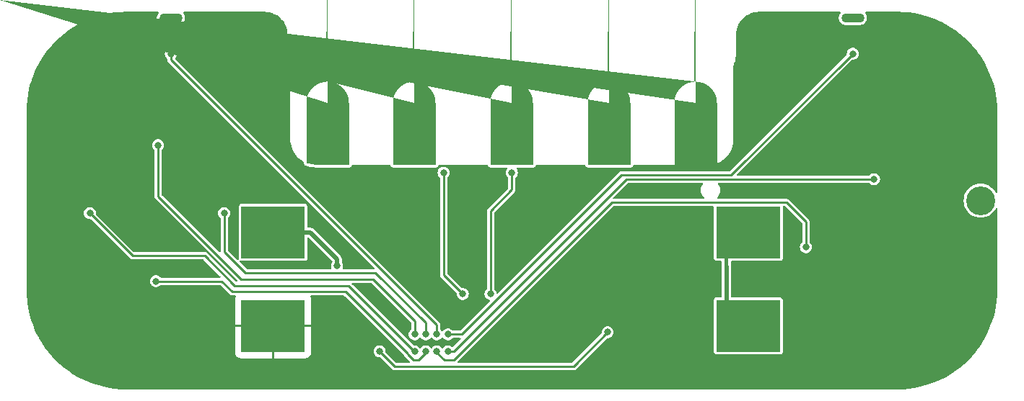
<source format=gbl>
G04 #@! TF.GenerationSoftware,KiCad,Pcbnew,8.0.2-1*
G04 #@! TF.CreationDate,2024-06-30T18:52:21+01:00*
G04 #@! TF.ProjectId,solderbit-gamepad,736f6c64-6572-4626-9974-2d67616d6570,v1.4*
G04 #@! TF.SameCoordinates,Original*
G04 #@! TF.FileFunction,Copper,L2,Bot*
G04 #@! TF.FilePolarity,Positive*
%FSLAX46Y46*%
G04 Gerber Fmt 4.6, Leading zero omitted, Abs format (unit mm)*
G04 Created by KiCad (PCBNEW 8.0.2-1) date 2024-06-30 18:52:21*
%MOMM*%
%LPD*%
G01*
G04 APERTURE LIST*
G04 Aperture macros list*
%AMFreePoly0*
4,1,13,3.725000,7.950000,-2.328457,7.950000,-2.326326,3.050000,3.725000,3.050000,3.725000,-3.050000,-3.725000,-3.050000,-3.725000,3.050000,-2.821543,3.050000,-2.823674,7.950000,-3.725000,7.950000,-3.725000,14.050000,3.725000,14.050000,3.725000,7.950000,3.725000,7.950000,$1*%
%AMFreePoly1*
4,1,51,0.468453,2.455718,0.772542,2.377641,1.064448,2.262068,1.339567,2.110820,1.593560,1.926283,1.822422,1.711368,2.022542,1.469463,2.190767,1.204384,2.324441,0.920311,2.421458,0.621725,2.480287,0.313333,2.500000,0.000000,2.480287,-0.313333,2.421458,-0.621725,2.324441,-0.920311,2.190767,-1.204384,2.022542,-1.469463,1.822422,-1.711368,1.593560,-1.926283,1.339567,-2.110820,
1.064448,-2.262068,0.772542,-2.377641,0.468453,-2.455718,0.156976,-2.495067,-0.156976,-2.495067,-0.468453,-2.455718,-0.772542,-2.377641,-1.064448,-2.262068,-1.339567,-2.110820,-1.593560,-1.926283,-1.822422,-1.711368,-2.022542,-1.469463,-2.190767,-1.204384,-2.324441,-0.920311,-2.421458,-0.621725,-2.480287,-0.313333,-2.500000,0.000000,-2.480287,0.313333,-2.421458,0.621725,-2.324441,0.920311,
-2.190767,1.204384,-2.022542,1.469463,-1.822422,1.711368,-1.593560,1.926283,-1.339567,2.110820,-1.064448,2.262068,-0.772542,2.377641,-0.468453,2.455718,-0.156976,2.495067,0.156976,2.495067,0.468453,2.455718,0.468453,2.455718,$1*%
G04 Aperture macros list end*
G04 #@! TA.AperFunction,EtchedComponent*
%ADD10C,0.000000*%
G04 #@! TD*
G04 #@! TA.AperFunction,ComponentPad*
%ADD11O,2.700000X1.100000*%
G04 #@! TD*
G04 #@! TA.AperFunction,SMDPad,CuDef*
%ADD12FreePoly0,0.000000*%
G04 #@! TD*
G04 #@! TA.AperFunction,SMDPad,CuDef*
%ADD13R,7.450000X6.100000*%
G04 #@! TD*
G04 #@! TA.AperFunction,ComponentPad*
%ADD14FreePoly1,0.000000*%
G04 #@! TD*
G04 #@! TA.AperFunction,ComponentPad*
%ADD15C,3.400000*%
G04 #@! TD*
G04 #@! TA.AperFunction,ViaPad*
%ADD16C,0.800000*%
G04 #@! TD*
G04 #@! TA.AperFunction,Conductor*
%ADD17C,0.250000*%
G04 #@! TD*
G04 #@! TA.AperFunction,Conductor*
%ADD18C,0.500000*%
G04 #@! TD*
G04 APERTURE END LIST*
D10*
G04 #@! TA.AperFunction,EtchedComponent*
G36*
X95334719Y-54814719D02*
G01*
X90334719Y-54814719D01*
X90334719Y-47564719D01*
X95334719Y-47564719D01*
X95334719Y-54814719D01*
G37*
G04 #@! TD.AperFunction*
G04 #@! TA.AperFunction,EtchedComponent*
G36*
X106764719Y-54814719D02*
G01*
X101764719Y-54814719D01*
X101764719Y-47564719D01*
X106764719Y-47564719D01*
X106764719Y-54814719D01*
G37*
G04 #@! TD.AperFunction*
G04 #@! TA.AperFunction,EtchedComponent*
G36*
X118194719Y-54814719D02*
G01*
X113194719Y-54814719D01*
X113194719Y-47564719D01*
X118194719Y-47564719D01*
X118194719Y-54814719D01*
G37*
G04 #@! TD.AperFunction*
G04 #@! TA.AperFunction,EtchedComponent*
G36*
X128354719Y-54814719D02*
G01*
X123354719Y-54814719D01*
X123354719Y-47564719D01*
X128354719Y-47564719D01*
X128354719Y-54814719D01*
G37*
G04 #@! TD.AperFunction*
G04 #@! TA.AperFunction,EtchedComponent*
G36*
X85174719Y-54814719D02*
G01*
X81264724Y-54814719D01*
X81264724Y-54810082D01*
G75*
G02*
X80174719Y-54604718I-24J2995382D01*
G01*
X80174719Y-47564719D01*
X85174719Y-47564719D01*
X85174719Y-54814719D01*
G37*
G04 #@! TD.AperFunction*
D11*
X64264719Y-37514719D03*
X144264719Y-37514719D03*
D12*
X132000000Y-73750000D03*
D13*
X76250000Y-62750000D03*
X76250000Y-73750000D03*
D14*
X82674719Y-47564719D03*
X92834719Y-47564719D03*
X104264719Y-47564719D03*
X115694719Y-47564719D03*
X125854719Y-47564719D03*
D15*
X159264719Y-59014719D03*
D16*
X95426577Y-71066179D03*
X112250000Y-55750000D03*
X156500000Y-42500000D03*
X66000000Y-77500000D03*
X88750000Y-76750000D03*
X115500000Y-74500000D03*
X98500000Y-70000000D03*
X96250000Y-55750000D03*
X101750000Y-70000000D03*
X104264719Y-55750000D03*
X92849991Y-76750000D03*
X54750000Y-60500000D03*
X62750000Y-52500000D03*
X92849991Y-74750000D03*
X94149994Y-74750000D03*
X70500000Y-60500000D03*
X94149994Y-76750000D03*
X62500000Y-68500000D03*
X138750000Y-64500000D03*
X95449997Y-76750000D03*
X146750000Y-56500000D03*
X96750000Y-76750000D03*
X95449997Y-74750000D03*
X64250000Y-41750000D03*
X96750000Y-74750000D03*
X144250000Y-41750000D03*
X83750000Y-66675000D03*
D17*
X90525000Y-78525000D02*
X88750000Y-76750000D01*
X115500000Y-74500000D02*
X111475000Y-78525000D01*
X111475000Y-78525000D02*
X90525000Y-78525000D01*
X96250000Y-67750000D02*
X98500000Y-70000000D01*
X96250000Y-55750000D02*
X96250000Y-67750000D01*
X104264719Y-57735281D02*
X104264719Y-55750000D01*
X101750000Y-60250000D02*
X104264719Y-57735281D01*
X101750000Y-70000000D02*
X101750000Y-60250000D01*
X71750000Y-69000000D02*
X68250000Y-65500000D01*
X92810660Y-76750000D02*
X85060660Y-69000000D01*
X85060660Y-69000000D02*
X71750000Y-69000000D01*
X92849991Y-76750000D02*
X92810660Y-76750000D01*
X59750000Y-65500000D02*
X54750000Y-60500000D01*
X68250000Y-65500000D02*
X59750000Y-65500000D01*
X72500000Y-68250000D02*
X62750000Y-58500000D01*
X87939340Y-68250000D02*
X72500000Y-68250000D01*
X92849991Y-74750000D02*
X92849991Y-73160651D01*
X62750000Y-58500000D02*
X62750000Y-52500000D01*
X92849991Y-73160651D02*
X87939340Y-68250000D01*
X72975000Y-67500000D02*
X70500000Y-65025000D01*
X94149994Y-73399994D02*
X88250000Y-67500000D01*
X88250000Y-67500000D02*
X72975000Y-67500000D01*
X70500000Y-65025000D02*
X70500000Y-60500000D01*
X94149994Y-74750000D02*
X94149994Y-73399994D01*
X94149994Y-76750000D02*
X94149994Y-76899566D01*
X71439340Y-69750000D02*
X70189340Y-68500000D01*
X84750000Y-69750000D02*
X71439340Y-69750000D01*
X93274560Y-77775000D02*
X92708264Y-77775000D01*
X70189340Y-68500000D02*
X62500000Y-68500000D01*
X92708264Y-77775000D02*
X92024991Y-77091727D01*
X94149994Y-76899566D02*
X93274560Y-77775000D01*
X92024991Y-77024991D02*
X84750000Y-69750000D01*
X92024991Y-77091727D02*
X92024991Y-77024991D01*
X97475000Y-77775000D02*
X96325431Y-77775000D01*
X136525000Y-59250000D02*
X116000000Y-59250000D01*
X96325431Y-77775000D02*
X95449997Y-76899566D01*
X95449997Y-76899566D02*
X95449997Y-76750000D01*
X138750000Y-61475000D02*
X136525000Y-59250000D01*
X116000000Y-59250000D02*
X97475000Y-77775000D01*
X138750000Y-64500000D02*
X138750000Y-61475000D01*
X117689340Y-56500000D02*
X97439340Y-76750000D01*
X97439340Y-76750000D02*
X96750000Y-76750000D01*
X146750000Y-56500000D02*
X117689340Y-56500000D01*
X64250000Y-41750000D02*
X64250000Y-42439340D01*
X64250000Y-42439340D02*
X95449997Y-73639337D01*
X95449997Y-73639337D02*
X95449997Y-74750000D01*
X130000000Y-56000000D02*
X144250000Y-41750000D01*
X117128680Y-56000000D02*
X130000000Y-56000000D01*
X96750000Y-74750000D02*
X98378680Y-74750000D01*
X98378680Y-74750000D02*
X117128680Y-56000000D01*
D18*
X83750000Y-65925000D02*
X80575000Y-62750000D01*
X80575000Y-62750000D02*
X76250000Y-62750000D01*
X83750000Y-66675000D02*
X83750000Y-65925000D01*
G04 #@! TA.AperFunction,Conductor*
G36*
X62782199Y-36834126D02*
G01*
X62818163Y-36883626D01*
X62818163Y-36944812D01*
X62806323Y-36969221D01*
X62804095Y-36972554D01*
X62804093Y-36972557D01*
X62759969Y-37038592D01*
X62711015Y-37111856D01*
X62646904Y-37266633D01*
X62646902Y-37266639D01*
X62614219Y-37430949D01*
X62614219Y-37598488D01*
X62646902Y-37762798D01*
X62646904Y-37762804D01*
X62711015Y-37917581D01*
X62711016Y-37917582D01*
X62804093Y-38056881D01*
X62922557Y-38175345D01*
X63061856Y-38268422D01*
X63216637Y-38332535D01*
X63380952Y-38365219D01*
X63380953Y-38365219D01*
X65148485Y-38365219D01*
X65148486Y-38365219D01*
X65312801Y-38332535D01*
X65467582Y-38268422D01*
X65606881Y-38175345D01*
X65725345Y-38056881D01*
X65818422Y-37917582D01*
X65882535Y-37762801D01*
X65915219Y-37598486D01*
X65915219Y-37430952D01*
X65882535Y-37266637D01*
X65818422Y-37111856D01*
X65725345Y-36972557D01*
X65725342Y-36972554D01*
X65723115Y-36969221D01*
X65706506Y-36910333D01*
X65727683Y-36852929D01*
X65778557Y-36818936D01*
X65805430Y-36815219D01*
X75202405Y-36815219D01*
X75247227Y-36815219D01*
X75252777Y-36815374D01*
X75546705Y-36831881D01*
X75557728Y-36833123D01*
X75845227Y-36881970D01*
X75856036Y-36884437D01*
X76136264Y-36965167D01*
X76146734Y-36968831D01*
X76416153Y-37080427D01*
X76426139Y-37085235D01*
X76681385Y-37226301D01*
X76690768Y-37232197D01*
X76928614Y-37400954D01*
X76937280Y-37407866D01*
X77150590Y-37598486D01*
X77154716Y-37602173D01*
X77162564Y-37610020D01*
X77335175Y-37803166D01*
X77356884Y-37827458D01*
X77363806Y-37836137D01*
X77532561Y-38073966D01*
X77538467Y-38083366D01*
X77679526Y-38338582D01*
X77684343Y-38348584D01*
X77795943Y-38617994D01*
X77799610Y-38628473D01*
X77880343Y-38908681D01*
X77882814Y-38919505D01*
X77931667Y-39206996D01*
X77932910Y-39218027D01*
X77949344Y-39510508D01*
X77949500Y-39516062D01*
X77949500Y-41810173D01*
X77949579Y-41811389D01*
X77949577Y-41937677D01*
X77949577Y-41937687D01*
X77985729Y-42281729D01*
X78057645Y-42620110D01*
X78164540Y-42949123D01*
X78256161Y-43154917D01*
X78264719Y-43195182D01*
X78264719Y-51814718D01*
X78266160Y-51919266D01*
X78267039Y-51983070D01*
X78304736Y-52317635D01*
X78304738Y-52317645D01*
X78379658Y-52645891D01*
X78490858Y-52963684D01*
X78490860Y-52963688D01*
X78636946Y-53267038D01*
X78816077Y-53552123D01*
X78816079Y-53552126D01*
X78816081Y-53552129D01*
X79025991Y-53815349D01*
X79025997Y-53815355D01*
X79026001Y-53815360D01*
X79264078Y-54053437D01*
X79264082Y-54053440D01*
X79264088Y-54053446D01*
X79527308Y-54263356D01*
X79527312Y-54263358D01*
X79527315Y-54263361D01*
X79812400Y-54442492D01*
X79813160Y-54442858D01*
X79813295Y-54442987D01*
X79814829Y-54443835D01*
X79814605Y-54444239D01*
X79857391Y-54485133D01*
X79869219Y-54532060D01*
X79869219Y-54604736D01*
X79870890Y-54636635D01*
X79870890Y-54636638D01*
X79870891Y-54636639D01*
X79902939Y-54744238D01*
X79955737Y-54812398D01*
X79971692Y-54832995D01*
X80060733Y-54886626D01*
X80067866Y-54890922D01*
X80242138Y-54955986D01*
X80273913Y-54965913D01*
X80634507Y-55057334D01*
X80634519Y-55057336D01*
X80634526Y-55057338D01*
X80671750Y-55064351D01*
X80671753Y-55064352D01*
X80745381Y-55073539D01*
X81040893Y-55110417D01*
X81074102Y-55112733D01*
X81229526Y-55115083D01*
X81246204Y-55116756D01*
X81264724Y-55120219D01*
X81264728Y-55120219D01*
X85174724Y-55120219D01*
X85188813Y-55119567D01*
X85202907Y-55118916D01*
X85310892Y-55088191D01*
X85400486Y-55020533D01*
X85459589Y-54925078D01*
X85465113Y-54895526D01*
X85494389Y-54841803D01*
X85549655Y-54815546D01*
X85562427Y-54814719D01*
X89947741Y-54814719D01*
X90005932Y-54833626D01*
X90041896Y-54883126D01*
X90042952Y-54886594D01*
X90061247Y-54950892D01*
X90128905Y-55040486D01*
X90224360Y-55099589D01*
X90334719Y-55120219D01*
X95334724Y-55120219D01*
X95348813Y-55119567D01*
X95362907Y-55118916D01*
X95470892Y-55088191D01*
X95560486Y-55020533D01*
X95619589Y-54925078D01*
X95625113Y-54895526D01*
X95654389Y-54841803D01*
X95709655Y-54815546D01*
X95722427Y-54814719D01*
X101377741Y-54814719D01*
X101435932Y-54833626D01*
X101471896Y-54883126D01*
X101472952Y-54886594D01*
X101491247Y-54950892D01*
X101558905Y-55040486D01*
X101654360Y-55099589D01*
X101764719Y-55120219D01*
X103659956Y-55120219D01*
X103718147Y-55139126D01*
X103754111Y-55188626D01*
X103754111Y-55249812D01*
X103738890Y-55276419D01*
X103739938Y-55277143D01*
X103736538Y-55282069D01*
X103736536Y-55282071D01*
X103639901Y-55422070D01*
X103593090Y-55545504D01*
X103579579Y-55581129D01*
X103560442Y-55738737D01*
X103559074Y-55750000D01*
X103579579Y-55918872D01*
X103639901Y-56077930D01*
X103736536Y-56217929D01*
X103736538Y-56217931D01*
X103736541Y-56217934D01*
X103805867Y-56279350D01*
X103836886Y-56332089D01*
X103839219Y-56353453D01*
X103839219Y-57518025D01*
X103820312Y-57576216D01*
X103810223Y-57588029D01*
X101488737Y-59909515D01*
X101488736Y-59909514D01*
X101409514Y-59988737D01*
X101353498Y-60085758D01*
X101324500Y-60193983D01*
X101324500Y-69396545D01*
X101305593Y-69454736D01*
X101291149Y-69470647D01*
X101221823Y-69532064D01*
X101221816Y-69532072D01*
X101125182Y-69672070D01*
X101064860Y-69831129D01*
X101044355Y-69999998D01*
X101044355Y-70000001D01*
X101051190Y-70056290D01*
X101064860Y-70168872D01*
X101125182Y-70327930D01*
X101193240Y-70426528D01*
X101221816Y-70467927D01*
X101221818Y-70467930D01*
X101228933Y-70474233D01*
X101349148Y-70580734D01*
X101499775Y-70659790D01*
X101548551Y-70671812D01*
X101624067Y-70690425D01*
X101676042Y-70722708D01*
X101699115Y-70779377D01*
X101684473Y-70838784D01*
X101670379Y-70856552D01*
X98231428Y-74295504D01*
X98176911Y-74323281D01*
X98161424Y-74324500D01*
X97359428Y-74324500D01*
X97301237Y-74305593D01*
X97282419Y-74286314D01*
X97282152Y-74286552D01*
X97278181Y-74282069D01*
X97193295Y-74206867D01*
X97150852Y-74169266D01*
X97000225Y-74090210D01*
X97000224Y-74090209D01*
X97000223Y-74090209D01*
X96835058Y-74049500D01*
X96835056Y-74049500D01*
X96664944Y-74049500D01*
X96664941Y-74049500D01*
X96499776Y-74090209D01*
X96349146Y-74169267D01*
X96221825Y-74282064D01*
X96221817Y-74282071D01*
X96181474Y-74340518D01*
X96181473Y-74340519D01*
X96132855Y-74377667D01*
X96071688Y-74379145D01*
X96021334Y-74344387D01*
X96018523Y-74340518D01*
X95978180Y-74282071D01*
X95978176Y-74282067D01*
X95978173Y-74282064D01*
X95908848Y-74220647D01*
X95877829Y-74167907D01*
X95875497Y-74146545D01*
X95875497Y-73583320D01*
X95875497Y-73583319D01*
X95846500Y-73475100D01*
X95846498Y-73475097D01*
X95846498Y-73475095D01*
X95790482Y-73378074D01*
X95711260Y-73298851D01*
X95711260Y-73298852D01*
X78162408Y-55750000D01*
X95544355Y-55750000D01*
X95564860Y-55918872D01*
X95625182Y-56077930D01*
X95721817Y-56217929D01*
X95721819Y-56217931D01*
X95721822Y-56217934D01*
X95791148Y-56279350D01*
X95822167Y-56332089D01*
X95824500Y-56353453D01*
X95824500Y-67693982D01*
X95824500Y-67806018D01*
X95833662Y-67840210D01*
X95853498Y-67914241D01*
X95909513Y-68011260D01*
X95909515Y-68011263D01*
X96842659Y-68944407D01*
X97771519Y-69873267D01*
X97799296Y-69927784D01*
X97799793Y-69955202D01*
X97794355Y-69999995D01*
X97794355Y-70000002D01*
X97804207Y-70081139D01*
X97814860Y-70168872D01*
X97875182Y-70327930D01*
X97943240Y-70426528D01*
X97971816Y-70467927D01*
X97971818Y-70467930D01*
X97978933Y-70474233D01*
X98099148Y-70580734D01*
X98249775Y-70659790D01*
X98414944Y-70700500D01*
X98414947Y-70700500D01*
X98585053Y-70700500D01*
X98585056Y-70700500D01*
X98750225Y-70659790D01*
X98900852Y-70580734D01*
X99028183Y-70467929D01*
X99124818Y-70327930D01*
X99185140Y-70168872D01*
X99205645Y-70000000D01*
X99205644Y-69999995D01*
X99199279Y-69947571D01*
X99185140Y-69831128D01*
X99124818Y-69672070D01*
X99028183Y-69532071D01*
X99006938Y-69513250D01*
X98943295Y-69456867D01*
X98900852Y-69419266D01*
X98750225Y-69340210D01*
X98750224Y-69340209D01*
X98750223Y-69340209D01*
X98585058Y-69299500D01*
X98585056Y-69299500D01*
X98442256Y-69299500D01*
X98384065Y-69280593D01*
X98372252Y-69270504D01*
X96704496Y-67602748D01*
X96676719Y-67548231D01*
X96675500Y-67532744D01*
X96675500Y-56353453D01*
X96694407Y-56295262D01*
X96708852Y-56279350D01*
X96778177Y-56217934D01*
X96778183Y-56217929D01*
X96874818Y-56077930D01*
X96935140Y-55918872D01*
X96955645Y-55750000D01*
X96954277Y-55738737D01*
X96944658Y-55659515D01*
X96935140Y-55581128D01*
X96874818Y-55422070D01*
X96778183Y-55282071D01*
X96772620Y-55277143D01*
X96650853Y-55169267D01*
X96650852Y-55169266D01*
X96500225Y-55090210D01*
X96500224Y-55090209D01*
X96500223Y-55090209D01*
X96335058Y-55049500D01*
X96335056Y-55049500D01*
X96164944Y-55049500D01*
X96164941Y-55049500D01*
X95999776Y-55090209D01*
X95849146Y-55169267D01*
X95721818Y-55282069D01*
X95721817Y-55282071D01*
X95625182Y-55422070D01*
X95578371Y-55545504D01*
X95564860Y-55581129D01*
X95545723Y-55738737D01*
X95544355Y-55750000D01*
X78162408Y-55750000D01*
X64774154Y-42361746D01*
X64746377Y-42307229D01*
X64755948Y-42246797D01*
X64774570Y-42222732D01*
X64774210Y-42222413D01*
X64778177Y-42217934D01*
X64778183Y-42217929D01*
X64874818Y-42077930D01*
X64935140Y-41918872D01*
X64955645Y-41750000D01*
X64955263Y-41746857D01*
X64951653Y-41717122D01*
X64935140Y-41581128D01*
X64874818Y-41422070D01*
X64778183Y-41282071D01*
X64710857Y-41222426D01*
X64650853Y-41169267D01*
X64650852Y-41169266D01*
X64500225Y-41090210D01*
X64500224Y-41090209D01*
X64500223Y-41090209D01*
X64335058Y-41049500D01*
X64335056Y-41049500D01*
X64164944Y-41049500D01*
X64164941Y-41049500D01*
X63999776Y-41090209D01*
X63849146Y-41169267D01*
X63721818Y-41282069D01*
X63721816Y-41282072D01*
X63625182Y-41422070D01*
X63564860Y-41581129D01*
X63544737Y-41746857D01*
X63544355Y-41750000D01*
X63564860Y-41918872D01*
X63625182Y-42077930D01*
X63721817Y-42217929D01*
X63721819Y-42217931D01*
X63721822Y-42217934D01*
X63791148Y-42279350D01*
X63822167Y-42332089D01*
X63824500Y-42353453D01*
X63824500Y-42383322D01*
X63824500Y-42495358D01*
X63850072Y-42590795D01*
X63853498Y-42603581D01*
X63909513Y-42700600D01*
X63909515Y-42700603D01*
X76021310Y-54812398D01*
X88114408Y-66905496D01*
X88142185Y-66960013D01*
X88132614Y-67020445D01*
X88089349Y-67063710D01*
X88044404Y-67074500D01*
X84491101Y-67074500D01*
X84432910Y-67055593D01*
X84396946Y-67006093D01*
X84396946Y-66944907D01*
X84398534Y-66940395D01*
X84411769Y-66905496D01*
X84435140Y-66843872D01*
X84455645Y-66675000D01*
X84435140Y-66506128D01*
X84374818Y-66347070D01*
X84318024Y-66264790D01*
X84300500Y-66208553D01*
X84300500Y-65852525D01*
X84293979Y-65828188D01*
X84262984Y-65712515D01*
X84262983Y-65712513D01*
X84235111Y-65664236D01*
X84235111Y-65664235D01*
X84190511Y-65586987D01*
X84190510Y-65586985D01*
X80913015Y-62309490D01*
X80787485Y-62237016D01*
X80647475Y-62199500D01*
X80647474Y-62199500D01*
X80374499Y-62199500D01*
X80316308Y-62180593D01*
X80280344Y-62131093D01*
X80275499Y-62100500D01*
X80275499Y-59655139D01*
X80275499Y-59655136D01*
X80272585Y-59630009D01*
X80227206Y-59527235D01*
X80147765Y-59447794D01*
X80044991Y-59402415D01*
X80044990Y-59402414D01*
X80044988Y-59402414D01*
X80019868Y-59399500D01*
X72480139Y-59399500D01*
X72480136Y-59399501D01*
X72455009Y-59402414D01*
X72352235Y-59447794D01*
X72272794Y-59527235D01*
X72227414Y-59630011D01*
X72224500Y-59655130D01*
X72224500Y-65844860D01*
X72224501Y-65844863D01*
X72227414Y-65869990D01*
X72227415Y-65869992D01*
X72235412Y-65888104D01*
X72241619Y-65948974D01*
X72210863Y-66001867D01*
X72154890Y-66026580D01*
X72095082Y-66013674D01*
X72074843Y-65998095D01*
X70954496Y-64877748D01*
X70926719Y-64823231D01*
X70925500Y-64807744D01*
X70925500Y-61103453D01*
X70944407Y-61045262D01*
X70958852Y-61029350D01*
X71028177Y-60967934D01*
X71028183Y-60967929D01*
X71124818Y-60827930D01*
X71185140Y-60668872D01*
X71205645Y-60500000D01*
X71185140Y-60331128D01*
X71124818Y-60172070D01*
X71028183Y-60032071D01*
X70985103Y-59993906D01*
X70900853Y-59919267D01*
X70900852Y-59919266D01*
X70750225Y-59840210D01*
X70750224Y-59840209D01*
X70750223Y-59840209D01*
X70585058Y-59799500D01*
X70585056Y-59799500D01*
X70414944Y-59799500D01*
X70414941Y-59799500D01*
X70249776Y-59840209D01*
X70099146Y-59919267D01*
X69971818Y-60032069D01*
X69971817Y-60032071D01*
X69875182Y-60172070D01*
X69814860Y-60331128D01*
X69794355Y-60500000D01*
X69814860Y-60668872D01*
X69875182Y-60827930D01*
X69971817Y-60967929D01*
X69971819Y-60967931D01*
X69971822Y-60967934D01*
X70041148Y-61029350D01*
X70072167Y-61082089D01*
X70074500Y-61103453D01*
X70074500Y-64983744D01*
X70055593Y-65041935D01*
X70006093Y-65077899D01*
X69944907Y-65077899D01*
X69905496Y-65053748D01*
X63204496Y-58352748D01*
X63176719Y-58298231D01*
X63175500Y-58282744D01*
X63175500Y-53103453D01*
X63194407Y-53045262D01*
X63208852Y-53029350D01*
X63278177Y-52967934D01*
X63278183Y-52967929D01*
X63374818Y-52827930D01*
X63435140Y-52668872D01*
X63455645Y-52500000D01*
X63435140Y-52331128D01*
X63374818Y-52172070D01*
X63278183Y-52032071D01*
X63222866Y-51983065D01*
X63150853Y-51919267D01*
X63150852Y-51919266D01*
X63000225Y-51840210D01*
X63000224Y-51840209D01*
X63000223Y-51840209D01*
X62835058Y-51799500D01*
X62835056Y-51799500D01*
X62664944Y-51799500D01*
X62664941Y-51799500D01*
X62499776Y-51840209D01*
X62349146Y-51919267D01*
X62221818Y-52032069D01*
X62221817Y-52032071D01*
X62125182Y-52172070D01*
X62064860Y-52331128D01*
X62044355Y-52500000D01*
X62064860Y-52668872D01*
X62125182Y-52827930D01*
X62221817Y-52967929D01*
X62221819Y-52967931D01*
X62221822Y-52967934D01*
X62291148Y-53029350D01*
X62322167Y-53082089D01*
X62324500Y-53103453D01*
X62324500Y-58443982D01*
X62324500Y-58556018D01*
X62326960Y-58565198D01*
X62353498Y-58664241D01*
X62406530Y-58756093D01*
X62409515Y-58761263D01*
X67544798Y-63896545D01*
X72053749Y-68405496D01*
X72081526Y-68460013D01*
X72071955Y-68520445D01*
X72028690Y-68563710D01*
X71983745Y-68574500D01*
X71967256Y-68574500D01*
X71909065Y-68555593D01*
X71897252Y-68545504D01*
X70257244Y-66905496D01*
X68511263Y-65159515D01*
X68511260Y-65159513D01*
X68414240Y-65103498D01*
X68414242Y-65103498D01*
X68372251Y-65092247D01*
X68306018Y-65074500D01*
X68306016Y-65074500D01*
X59967256Y-65074500D01*
X59909065Y-65055593D01*
X59897252Y-65045504D01*
X55478479Y-60626731D01*
X55450702Y-60572214D01*
X55450205Y-60544798D01*
X55455645Y-60500000D01*
X55435140Y-60331128D01*
X55374818Y-60172070D01*
X55278183Y-60032071D01*
X55235103Y-59993906D01*
X55150853Y-59919267D01*
X55150852Y-59919266D01*
X55000225Y-59840210D01*
X55000224Y-59840209D01*
X55000223Y-59840209D01*
X54835058Y-59799500D01*
X54835056Y-59799500D01*
X54664944Y-59799500D01*
X54664941Y-59799500D01*
X54499776Y-59840209D01*
X54349146Y-59919267D01*
X54221818Y-60032069D01*
X54221817Y-60032071D01*
X54125182Y-60172070D01*
X54064860Y-60331128D01*
X54044355Y-60500000D01*
X54064860Y-60668872D01*
X54125182Y-60827930D01*
X54221817Y-60967929D01*
X54349148Y-61080734D01*
X54499775Y-61159790D01*
X54664944Y-61200500D01*
X54664947Y-61200500D01*
X54807744Y-61200500D01*
X54865935Y-61219407D01*
X54877748Y-61229496D01*
X59409515Y-65761263D01*
X59409514Y-65761263D01*
X59488737Y-65840485D01*
X59585759Y-65896501D01*
X59585757Y-65896501D01*
X59585761Y-65896502D01*
X59585763Y-65896503D01*
X59693982Y-65925500D01*
X68032744Y-65925500D01*
X68090935Y-65944407D01*
X68102748Y-65954496D01*
X70053748Y-67905496D01*
X70081525Y-67960013D01*
X70071954Y-68020445D01*
X70028689Y-68063710D01*
X69983744Y-68074500D01*
X63109428Y-68074500D01*
X63051237Y-68055593D01*
X63032419Y-68036314D01*
X63032152Y-68036552D01*
X63028181Y-68032069D01*
X62900853Y-67919267D01*
X62900852Y-67919266D01*
X62750225Y-67840210D01*
X62750224Y-67840209D01*
X62750223Y-67840209D01*
X62585058Y-67799500D01*
X62585056Y-67799500D01*
X62414944Y-67799500D01*
X62414941Y-67799500D01*
X62249776Y-67840209D01*
X62099146Y-67919267D01*
X61971818Y-68032069D01*
X61971816Y-68032072D01*
X61875182Y-68172070D01*
X61814860Y-68331129D01*
X61794355Y-68499998D01*
X61794355Y-68500001D01*
X61796837Y-68520445D01*
X61814860Y-68668872D01*
X61875182Y-68827930D01*
X61971817Y-68967929D01*
X62099148Y-69080734D01*
X62249775Y-69159790D01*
X62414944Y-69200500D01*
X62414947Y-69200500D01*
X62585053Y-69200500D01*
X62585056Y-69200500D01*
X62750225Y-69159790D01*
X62900852Y-69080734D01*
X63028183Y-68967929D01*
X63028186Y-68967923D01*
X63032152Y-68963448D01*
X63033125Y-68964310D01*
X63076564Y-68931114D01*
X63109428Y-68925500D01*
X69972084Y-68925500D01*
X70030275Y-68944407D01*
X70042088Y-68954496D01*
X71098855Y-70011263D01*
X71098854Y-70011263D01*
X71178077Y-70090485D01*
X71275099Y-70146501D01*
X71275097Y-70146501D01*
X71275101Y-70146502D01*
X71275103Y-70146503D01*
X71383322Y-70175500D01*
X71789939Y-70175500D01*
X71848130Y-70194407D01*
X71884094Y-70243907D01*
X71884094Y-70305093D01*
X71874199Y-70326473D01*
X71840643Y-70380874D01*
X71785493Y-70547306D01*
X71775000Y-70650012D01*
X71775000Y-73649999D01*
X71775001Y-73650000D01*
X80724998Y-73650000D01*
X80724999Y-73649999D01*
X80724999Y-70650013D01*
X80714507Y-70547312D01*
X80714504Y-70547300D01*
X80659356Y-70380874D01*
X80625801Y-70326473D01*
X80611344Y-70267020D01*
X80634594Y-70210424D01*
X80686670Y-70178303D01*
X80710061Y-70175500D01*
X84532744Y-70175500D01*
X84590935Y-70194407D01*
X84602748Y-70204496D01*
X91600313Y-77202061D01*
X91625934Y-77246437D01*
X91628486Y-77255960D01*
X91628489Y-77255967D01*
X91661223Y-77312663D01*
X91684506Y-77352990D01*
X92063371Y-77731855D01*
X92262012Y-77930496D01*
X92289789Y-77985013D01*
X92280218Y-78045445D01*
X92236953Y-78088710D01*
X92192008Y-78099500D01*
X90742256Y-78099500D01*
X90684065Y-78080593D01*
X90672252Y-78070504D01*
X89478479Y-76876731D01*
X89450702Y-76822214D01*
X89450205Y-76794798D01*
X89455645Y-76750000D01*
X89435140Y-76581128D01*
X89374818Y-76422070D01*
X89278183Y-76282071D01*
X89150852Y-76169266D01*
X89000225Y-76090210D01*
X89000224Y-76090209D01*
X89000223Y-76090209D01*
X88835058Y-76049500D01*
X88835056Y-76049500D01*
X88664944Y-76049500D01*
X88664941Y-76049500D01*
X88499776Y-76090209D01*
X88349146Y-76169267D01*
X88221818Y-76282069D01*
X88221816Y-76282072D01*
X88181473Y-76340519D01*
X88125182Y-76422070D01*
X88064860Y-76581128D01*
X88044355Y-76750000D01*
X88064860Y-76918872D01*
X88125182Y-77077930D01*
X88221817Y-77217929D01*
X88349148Y-77330734D01*
X88499775Y-77409790D01*
X88664944Y-77450500D01*
X88664947Y-77450500D01*
X88807744Y-77450500D01*
X88865935Y-77469407D01*
X88877748Y-77479496D01*
X90184515Y-78786263D01*
X90184514Y-78786263D01*
X90263737Y-78865485D01*
X90360759Y-78921501D01*
X90360757Y-78921501D01*
X90360761Y-78921502D01*
X90360763Y-78921503D01*
X90468982Y-78950500D01*
X90468984Y-78950500D01*
X111531016Y-78950500D01*
X111531018Y-78950500D01*
X111639237Y-78921503D01*
X111639239Y-78921501D01*
X111639241Y-78921501D01*
X111668064Y-78904859D01*
X111736263Y-78865485D01*
X115372251Y-75229495D01*
X115426768Y-75201719D01*
X115442255Y-75200500D01*
X115585053Y-75200500D01*
X115585056Y-75200500D01*
X115750225Y-75159790D01*
X115900852Y-75080734D01*
X116028183Y-74967929D01*
X116124818Y-74827930D01*
X116185140Y-74668872D01*
X116205645Y-74500000D01*
X116204245Y-74488474D01*
X116190970Y-74379145D01*
X116185140Y-74331128D01*
X116124818Y-74172070D01*
X116028183Y-74032071D01*
X115900852Y-73919266D01*
X115750225Y-73840210D01*
X115750224Y-73840209D01*
X115750223Y-73840209D01*
X115585058Y-73799500D01*
X115585056Y-73799500D01*
X115414944Y-73799500D01*
X115414941Y-73799500D01*
X115249776Y-73840209D01*
X115099146Y-73919267D01*
X114971818Y-74032069D01*
X114971816Y-74032072D01*
X114931687Y-74090209D01*
X114875182Y-74172070D01*
X114828371Y-74295504D01*
X114814860Y-74331129D01*
X114794355Y-74499997D01*
X114794355Y-74500003D01*
X114799793Y-74544795D01*
X114788037Y-74604841D01*
X114771519Y-74626731D01*
X111327748Y-78070504D01*
X111273231Y-78098281D01*
X111257744Y-78099500D01*
X97991256Y-78099500D01*
X97933065Y-78080593D01*
X97897101Y-78031093D01*
X97897101Y-77969907D01*
X97921252Y-77930496D01*
X116147251Y-59704496D01*
X116201768Y-59676719D01*
X116217255Y-59675500D01*
X127870500Y-59675500D01*
X127928691Y-59694407D01*
X127964655Y-59743907D01*
X127969500Y-59774500D01*
X127969500Y-65800004D01*
X127970802Y-65828183D01*
X127970802Y-65828186D01*
X127970803Y-65828188D01*
X127982697Y-65869990D01*
X128001528Y-65936173D01*
X128051137Y-66001867D01*
X128069186Y-66025767D01*
X128164641Y-66084870D01*
X128275000Y-66105500D01*
X128770500Y-66105500D01*
X128828691Y-66124407D01*
X128864655Y-66173907D01*
X128869500Y-66204500D01*
X128869500Y-70295500D01*
X128850593Y-70353691D01*
X128801093Y-70389655D01*
X128770500Y-70394500D01*
X128274995Y-70394500D01*
X128246816Y-70395802D01*
X128246812Y-70395803D01*
X128138826Y-70426528D01*
X128049233Y-70494185D01*
X128049231Y-70494188D01*
X127990129Y-70589641D01*
X127969500Y-70699999D01*
X127969500Y-76800004D01*
X127970802Y-76828183D01*
X127970802Y-76828186D01*
X127970803Y-76828188D01*
X128001528Y-76936173D01*
X128069186Y-77025767D01*
X128164641Y-77084870D01*
X128275000Y-77105500D01*
X135725005Y-77105500D01*
X135739094Y-77104848D01*
X135753188Y-77104197D01*
X135861173Y-77073472D01*
X135950767Y-77005814D01*
X136009870Y-76910359D01*
X136030500Y-76800000D01*
X136030500Y-70700000D01*
X136029197Y-70671812D01*
X135998472Y-70563827D01*
X135930814Y-70474233D01*
X135930811Y-70474231D01*
X135835358Y-70415129D01*
X135725000Y-70394500D01*
X130079500Y-70394500D01*
X130021309Y-70375593D01*
X129985345Y-70326093D01*
X129980500Y-70295500D01*
X129980500Y-66204500D01*
X129999407Y-66146309D01*
X130048907Y-66110345D01*
X130079500Y-66105500D01*
X135725005Y-66105500D01*
X135739094Y-66104848D01*
X135753188Y-66104197D01*
X135861173Y-66073472D01*
X135950767Y-66005814D01*
X136009870Y-65910359D01*
X136030500Y-65800000D01*
X136030500Y-59774500D01*
X136049407Y-59716309D01*
X136098907Y-59680345D01*
X136129500Y-59675500D01*
X136307744Y-59675500D01*
X136365935Y-59694407D01*
X136377748Y-59704496D01*
X138295504Y-61622252D01*
X138323281Y-61676769D01*
X138324500Y-61692256D01*
X138324500Y-63896545D01*
X138305593Y-63954736D01*
X138291149Y-63970647D01*
X138221823Y-64032064D01*
X138221817Y-64032071D01*
X138125182Y-64172070D01*
X138064860Y-64331128D01*
X138044355Y-64500000D01*
X138064860Y-64668872D01*
X138125182Y-64827930D01*
X138221816Y-64967927D01*
X138221818Y-64967930D01*
X138264260Y-65005530D01*
X138349148Y-65080734D01*
X138499775Y-65159790D01*
X138664944Y-65200500D01*
X138664947Y-65200500D01*
X138835053Y-65200500D01*
X138835056Y-65200500D01*
X139000225Y-65159790D01*
X139150852Y-65080734D01*
X139278183Y-64967929D01*
X139374818Y-64827930D01*
X139435140Y-64668872D01*
X139455645Y-64500000D01*
X139435140Y-64331128D01*
X139374818Y-64172070D01*
X139278183Y-64032071D01*
X139278179Y-64032067D01*
X139278176Y-64032064D01*
X139208851Y-63970647D01*
X139177832Y-63917907D01*
X139175500Y-63896545D01*
X139175500Y-61418983D01*
X139175500Y-61418982D01*
X139146503Y-61310763D01*
X139146501Y-61310760D01*
X139146501Y-61310758D01*
X139090485Y-61213737D01*
X139011263Y-61134514D01*
X139011263Y-61134515D01*
X136786263Y-58909515D01*
X136786260Y-58909513D01*
X136689240Y-58853498D01*
X136689242Y-58853498D01*
X136647251Y-58842247D01*
X136581018Y-58824500D01*
X136581016Y-58824500D01*
X128416561Y-58824500D01*
X128358370Y-58805593D01*
X128322406Y-58756093D01*
X128322406Y-58694907D01*
X128346555Y-58655498D01*
X128452553Y-58549501D01*
X128558996Y-58402994D01*
X128641211Y-58241639D01*
X128697171Y-58069409D01*
X128719187Y-57930404D01*
X128725500Y-57890549D01*
X128725500Y-57709450D01*
X128697171Y-57530593D01*
X128697171Y-57530591D01*
X128641211Y-57358361D01*
X128558996Y-57197006D01*
X128475940Y-57082689D01*
X128457034Y-57024500D01*
X128475941Y-56966309D01*
X128525441Y-56930345D01*
X128556034Y-56925500D01*
X146140572Y-56925500D01*
X146198763Y-56944407D01*
X146217580Y-56963685D01*
X146217848Y-56963448D01*
X146221816Y-56967928D01*
X146221817Y-56967929D01*
X146349148Y-57080734D01*
X146499775Y-57159790D01*
X146664944Y-57200500D01*
X146664947Y-57200500D01*
X146835053Y-57200500D01*
X146835056Y-57200500D01*
X147000225Y-57159790D01*
X147150852Y-57080734D01*
X147278183Y-56967929D01*
X147374818Y-56827930D01*
X147435140Y-56668872D01*
X147455645Y-56500000D01*
X147435140Y-56331128D01*
X147374818Y-56172070D01*
X147278183Y-56032071D01*
X147150852Y-55919266D01*
X147000225Y-55840210D01*
X147000224Y-55840209D01*
X147000223Y-55840209D01*
X146835058Y-55799500D01*
X146835056Y-55799500D01*
X146664944Y-55799500D01*
X146664941Y-55799500D01*
X146499776Y-55840209D01*
X146349146Y-55919267D01*
X146221818Y-56032069D01*
X146217848Y-56036552D01*
X146216874Y-56035689D01*
X146173436Y-56068886D01*
X146140572Y-56074500D01*
X130766256Y-56074500D01*
X130708065Y-56055593D01*
X130672101Y-56006093D01*
X130672101Y-55944907D01*
X130696252Y-55905496D01*
X144122250Y-42479496D01*
X144176767Y-42451719D01*
X144192254Y-42450500D01*
X144335053Y-42450500D01*
X144335056Y-42450500D01*
X144500225Y-42409790D01*
X144650852Y-42330734D01*
X144778183Y-42217929D01*
X144874818Y-42077930D01*
X144935140Y-41918872D01*
X144955645Y-41750000D01*
X144955263Y-41746857D01*
X144951653Y-41717122D01*
X144935140Y-41581128D01*
X144874818Y-41422070D01*
X144778183Y-41282071D01*
X144710857Y-41222426D01*
X144650853Y-41169267D01*
X144650852Y-41169266D01*
X144500225Y-41090210D01*
X144500224Y-41090209D01*
X144500223Y-41090209D01*
X144335058Y-41049500D01*
X144335056Y-41049500D01*
X144164944Y-41049500D01*
X144164941Y-41049500D01*
X143999776Y-41090209D01*
X143849146Y-41169267D01*
X143721818Y-41282069D01*
X143721816Y-41282072D01*
X143625182Y-41422070D01*
X143564860Y-41581129D01*
X143544355Y-41749997D01*
X143544355Y-41750004D01*
X143549793Y-41794797D01*
X143538037Y-41854842D01*
X143521519Y-41876732D01*
X129852748Y-55545504D01*
X129798231Y-55573281D01*
X129782744Y-55574500D01*
X117184698Y-55574500D01*
X117072661Y-55574500D01*
X117006428Y-55592246D01*
X116964438Y-55603498D01*
X116867417Y-55659514D01*
X116788194Y-55738736D01*
X116788195Y-55738737D01*
X116788193Y-55738739D01*
X102607136Y-69919794D01*
X102552619Y-69947571D01*
X102492187Y-69938000D01*
X102448922Y-69894735D01*
X102438855Y-69861724D01*
X102435140Y-69831128D01*
X102374818Y-69672070D01*
X102278183Y-69532071D01*
X102278179Y-69532067D01*
X102278176Y-69532064D01*
X102208851Y-69470647D01*
X102177832Y-69417907D01*
X102175500Y-69396545D01*
X102175500Y-60467255D01*
X102194407Y-60409064D01*
X102204490Y-60397257D01*
X104605204Y-57996544D01*
X104661222Y-57899518D01*
X104690219Y-57791299D01*
X104690219Y-57679262D01*
X104690219Y-56353453D01*
X104709126Y-56295262D01*
X104723571Y-56279350D01*
X104792896Y-56217934D01*
X104792902Y-56217929D01*
X104889537Y-56077930D01*
X104949859Y-55918872D01*
X104970364Y-55750000D01*
X104968996Y-55738737D01*
X104959377Y-55659515D01*
X104949859Y-55581128D01*
X104889537Y-55422070D01*
X104792902Y-55282071D01*
X104792900Y-55282069D01*
X104789500Y-55277143D01*
X104791434Y-55275807D01*
X104770945Y-55228781D01*
X104784143Y-55169036D01*
X104829938Y-55128459D01*
X104869482Y-55120219D01*
X106764724Y-55120219D01*
X106778813Y-55119567D01*
X106792907Y-55118916D01*
X106900892Y-55088191D01*
X106990486Y-55020533D01*
X107049589Y-54925078D01*
X107055113Y-54895526D01*
X107084389Y-54841803D01*
X107139655Y-54815546D01*
X107152427Y-54814719D01*
X112807741Y-54814719D01*
X112865932Y-54833626D01*
X112901896Y-54883126D01*
X112902952Y-54886594D01*
X112921247Y-54950892D01*
X112988905Y-55040486D01*
X113084360Y-55099589D01*
X113194719Y-55120219D01*
X118194724Y-55120219D01*
X118208813Y-55119567D01*
X118222907Y-55118916D01*
X118330892Y-55088191D01*
X118420486Y-55020533D01*
X118479589Y-54925078D01*
X118485113Y-54895526D01*
X118514389Y-54841803D01*
X118569655Y-54815546D01*
X118582427Y-54814719D01*
X127264690Y-54814719D01*
X127264719Y-54814719D01*
X127433065Y-54812399D01*
X127767640Y-54774701D01*
X128095891Y-54699780D01*
X128413689Y-54588578D01*
X128717038Y-54442492D01*
X129002123Y-54263361D01*
X129265360Y-54053437D01*
X129503437Y-53815360D01*
X129713361Y-53552123D01*
X129892492Y-53267038D01*
X130038578Y-52963689D01*
X130149780Y-52645891D01*
X130224701Y-52317640D01*
X130262399Y-51983065D01*
X130264719Y-51814719D01*
X130264719Y-43129160D01*
X130273278Y-43088893D01*
X130291726Y-43047458D01*
X130335505Y-42949131D01*
X130416259Y-42700600D01*
X130442403Y-42620138D01*
X130442408Y-42620120D01*
X130445925Y-42603577D01*
X130514336Y-42281739D01*
X130550499Y-41937692D01*
X130550500Y-41764721D01*
X130550501Y-41717126D01*
X130550500Y-41717122D01*
X130550500Y-39562315D01*
X130550501Y-39562312D01*
X130550500Y-39517486D01*
X130550656Y-39511937D01*
X130550736Y-39510508D01*
X130567160Y-39218013D01*
X130568403Y-39206986D01*
X130617249Y-38919490D01*
X130619714Y-38908689D01*
X130700447Y-38628454D01*
X130704107Y-38617994D01*
X130815708Y-38348560D01*
X130820508Y-38338594D01*
X130961575Y-38083349D01*
X130967472Y-38073964D01*
X131136230Y-37836119D01*
X131143135Y-37827461D01*
X131337470Y-37609998D01*
X131345287Y-37602181D01*
X131562753Y-37407841D01*
X131571405Y-37400941D01*
X131809248Y-37232181D01*
X131818631Y-37226286D01*
X132073864Y-37085223D01*
X132083853Y-37080412D01*
X132353279Y-36968812D01*
X132363738Y-36965152D01*
X132643981Y-36884415D01*
X132654768Y-36881954D01*
X132942274Y-36833104D01*
X132953297Y-36831862D01*
X133246884Y-36815374D01*
X133252435Y-36815219D01*
X133297595Y-36815219D01*
X142724008Y-36815219D01*
X142782199Y-36834126D01*
X142818163Y-36883626D01*
X142818163Y-36944812D01*
X142806323Y-36969221D01*
X142804095Y-36972554D01*
X142804093Y-36972557D01*
X142759969Y-37038592D01*
X142711015Y-37111856D01*
X142646904Y-37266633D01*
X142646902Y-37266639D01*
X142614219Y-37430949D01*
X142614219Y-37598488D01*
X142646902Y-37762798D01*
X142646904Y-37762804D01*
X142711015Y-37917581D01*
X142711016Y-37917582D01*
X142804093Y-38056881D01*
X142922557Y-38175345D01*
X143061856Y-38268422D01*
X143216637Y-38332535D01*
X143380952Y-38365219D01*
X143380953Y-38365219D01*
X145148485Y-38365219D01*
X145148486Y-38365219D01*
X145312801Y-38332535D01*
X145467582Y-38268422D01*
X145606881Y-38175345D01*
X145725345Y-38056881D01*
X145818422Y-37917582D01*
X145882535Y-37762801D01*
X145915219Y-37598486D01*
X145915219Y-37430952D01*
X145882535Y-37266637D01*
X145818422Y-37111856D01*
X145725345Y-36972557D01*
X145725342Y-36972554D01*
X145723115Y-36969221D01*
X145706506Y-36910333D01*
X145727683Y-36852929D01*
X145778557Y-36818936D01*
X145805430Y-36815219D01*
X149467124Y-36815219D01*
X149513332Y-36815219D01*
X149516108Y-36815257D01*
X150167963Y-36833547D01*
X150173443Y-36833855D01*
X150821911Y-36888554D01*
X150827366Y-36889169D01*
X151471706Y-36980136D01*
X151477174Y-36981065D01*
X152115377Y-37108013D01*
X152120791Y-37109249D01*
X152750855Y-37271776D01*
X152756191Y-37273313D01*
X153376160Y-37470916D01*
X153381400Y-37472749D01*
X153989352Y-37704817D01*
X153994450Y-37706930D01*
X154554017Y-37957322D01*
X154588390Y-37972703D01*
X154593393Y-37975112D01*
X155171508Y-38273774D01*
X155176349Y-38276449D01*
X155736842Y-38607076D01*
X155741518Y-38610014D01*
X156282574Y-38971538D01*
X156287062Y-38974722D01*
X156807012Y-39366026D01*
X156811337Y-39369475D01*
X157308517Y-39789307D01*
X157312632Y-39792985D01*
X157785476Y-40240022D01*
X157789396Y-40243942D01*
X158236436Y-40716793D01*
X158240118Y-40720912D01*
X158311558Y-40805514D01*
X158659947Y-41218091D01*
X158663409Y-41222433D01*
X158813651Y-41422070D01*
X159054669Y-41742328D01*
X159054675Y-41742335D01*
X159057884Y-41746857D01*
X159096453Y-41804579D01*
X159419404Y-42287913D01*
X159422358Y-42292615D01*
X159752957Y-42853063D01*
X159755643Y-42857923D01*
X160054295Y-43436024D01*
X160056705Y-43441027D01*
X160322485Y-44034989D01*
X160324610Y-44040120D01*
X160556659Y-44648027D01*
X160558493Y-44653268D01*
X160756096Y-45273243D01*
X160757633Y-45278579D01*
X160920159Y-45908644D01*
X160921395Y-45914058D01*
X161048340Y-46552261D01*
X161049270Y-46557736D01*
X161140230Y-47202036D01*
X161140852Y-47207554D01*
X161195544Y-47855961D01*
X161195855Y-47861506D01*
X161214180Y-48514692D01*
X161214219Y-48517468D01*
X161214219Y-58022843D01*
X161195312Y-58081034D01*
X161145812Y-58116998D01*
X161084626Y-58116998D01*
X161035126Y-58081034D01*
X161028329Y-58070289D01*
X160951947Y-57930408D01*
X160951945Y-57930404D01*
X160780458Y-57701324D01*
X160578114Y-57498980D01*
X160349034Y-57327493D01*
X160349029Y-57327490D01*
X160097883Y-57190353D01*
X160097881Y-57190352D01*
X159829769Y-57090351D01*
X159829765Y-57090350D01*
X159550147Y-57029523D01*
X159550144Y-57029522D01*
X159550141Y-57029522D01*
X159264719Y-57009109D01*
X158979296Y-57029522D01*
X158699668Y-57090351D01*
X158431556Y-57190352D01*
X158431554Y-57190353D01*
X158180408Y-57327490D01*
X157951328Y-57498976D01*
X157748976Y-57701328D01*
X157577490Y-57930408D01*
X157440353Y-58181554D01*
X157440352Y-58181556D01*
X157340351Y-58449668D01*
X157279522Y-58729296D01*
X157259109Y-59014719D01*
X157279522Y-59300141D01*
X157340351Y-59579769D01*
X157440352Y-59847881D01*
X157440353Y-59847883D01*
X157570246Y-60085763D01*
X157577493Y-60099034D01*
X157748980Y-60328114D01*
X157951324Y-60530458D01*
X158180404Y-60701945D01*
X158180408Y-60701947D01*
X158411125Y-60827929D01*
X158431558Y-60839086D01*
X158699673Y-60939088D01*
X158979291Y-60999915D01*
X159264719Y-61020329D01*
X159550147Y-60999915D01*
X159829765Y-60939088D01*
X160097880Y-60839086D01*
X160349034Y-60701945D01*
X160578114Y-60530458D01*
X160780458Y-60328114D01*
X160951945Y-60099034D01*
X161028329Y-59959148D01*
X161072811Y-59917137D01*
X161133492Y-59909295D01*
X161187193Y-59938618D01*
X161213403Y-59993906D01*
X161214219Y-60006594D01*
X161214219Y-69513332D01*
X161214180Y-69516109D01*
X161195892Y-70167932D01*
X161195581Y-70173476D01*
X161140888Y-70821884D01*
X161140266Y-70827402D01*
X161049305Y-71471703D01*
X161048375Y-71477178D01*
X160921428Y-72115383D01*
X160920192Y-72120797D01*
X160757665Y-72750861D01*
X160756128Y-72756197D01*
X160558524Y-73376174D01*
X160556690Y-73381415D01*
X160324640Y-73989323D01*
X160322515Y-73994454D01*
X160056735Y-74588416D01*
X160054325Y-74593419D01*
X159755671Y-75171519D01*
X159752985Y-75176379D01*
X159422376Y-75736843D01*
X159419421Y-75741545D01*
X159057921Y-76282568D01*
X159054708Y-76287097D01*
X158663432Y-76807011D01*
X158659970Y-76811353D01*
X158240149Y-77308522D01*
X158236448Y-77312663D01*
X157789422Y-77785496D01*
X157785496Y-77789422D01*
X157312663Y-78236448D01*
X157308522Y-78240149D01*
X156811353Y-78659970D01*
X156807011Y-78663432D01*
X156287097Y-79054708D01*
X156282568Y-79057921D01*
X155741545Y-79419421D01*
X155736843Y-79422376D01*
X155176379Y-79752985D01*
X155171519Y-79755671D01*
X154593419Y-80054325D01*
X154588416Y-80056735D01*
X153994454Y-80322515D01*
X153989323Y-80324640D01*
X153381415Y-80556690D01*
X153376174Y-80558524D01*
X152756197Y-80756128D01*
X152750861Y-80757665D01*
X152120797Y-80920192D01*
X152115383Y-80921428D01*
X151477178Y-81048375D01*
X151471703Y-81049305D01*
X150827402Y-81140266D01*
X150821884Y-81140888D01*
X150173476Y-81195581D01*
X150167932Y-81195892D01*
X149516109Y-81214180D01*
X149513332Y-81214219D01*
X59016106Y-81214219D01*
X59013329Y-81214180D01*
X58361505Y-81195891D01*
X58355961Y-81195580D01*
X57707553Y-81140888D01*
X57702037Y-81140266D01*
X57641959Y-81131784D01*
X57057734Y-81049305D01*
X57052259Y-81048375D01*
X56414055Y-80921428D01*
X56408641Y-80920192D01*
X55778576Y-80757665D01*
X55773240Y-80756128D01*
X55153270Y-80558526D01*
X55148029Y-80556692D01*
X54540109Y-80324637D01*
X54534984Y-80322514D01*
X53941018Y-80056732D01*
X53936019Y-80054324D01*
X53357919Y-79755670D01*
X53353059Y-79752984D01*
X52792595Y-79422375D01*
X52787893Y-79419420D01*
X52246871Y-79057921D01*
X52246865Y-79057917D01*
X52242345Y-79054710D01*
X51722427Y-78663431D01*
X51718085Y-78659969D01*
X51578983Y-78542508D01*
X51220905Y-78240138D01*
X51216786Y-78236457D01*
X50999566Y-78031093D01*
X50743942Y-77789421D01*
X50740016Y-77785495D01*
X50423305Y-77450499D01*
X50292980Y-77312649D01*
X50289301Y-77308534D01*
X49869469Y-76811353D01*
X49866007Y-76807011D01*
X49780503Y-76693396D01*
X49474723Y-76287085D01*
X49471542Y-76282603D01*
X49110003Y-75741521D01*
X49107068Y-75736850D01*
X48807787Y-75229496D01*
X48776445Y-75176364D01*
X48773764Y-75171511D01*
X48767550Y-75159482D01*
X48475105Y-74593399D01*
X48472713Y-74588435D01*
X48206922Y-73994450D01*
X48204799Y-73989323D01*
X48154133Y-73856593D01*
X48151617Y-73850001D01*
X71775001Y-73850001D01*
X71775001Y-76849986D01*
X71785492Y-76952687D01*
X71785495Y-76952699D01*
X71840643Y-77119124D01*
X71932680Y-77268340D01*
X72056659Y-77392319D01*
X72205875Y-77484356D01*
X72372306Y-77539506D01*
X72475012Y-77549999D01*
X76149998Y-77549999D01*
X76150000Y-77549998D01*
X76150000Y-73850001D01*
X76350000Y-73850001D01*
X76350000Y-77549998D01*
X76350001Y-77549999D01*
X80024986Y-77549999D01*
X80127687Y-77539507D01*
X80127699Y-77539504D01*
X80294124Y-77484356D01*
X80443340Y-77392319D01*
X80567319Y-77268340D01*
X80659356Y-77119124D01*
X80714506Y-76952693D01*
X80725000Y-76849987D01*
X80725000Y-73850001D01*
X80724999Y-73850000D01*
X76350001Y-73850000D01*
X76350000Y-73850001D01*
X76150000Y-73850001D01*
X76149999Y-73850000D01*
X71775002Y-73850000D01*
X71775001Y-73850001D01*
X48151617Y-73850001D01*
X47972749Y-73381415D01*
X47970915Y-73376174D01*
X47773310Y-72756197D01*
X47771773Y-72750861D01*
X47609247Y-72120796D01*
X47608011Y-72115382D01*
X47481064Y-71477178D01*
X47480134Y-71471703D01*
X47438373Y-71175896D01*
X47389169Y-70827368D01*
X47388554Y-70821917D01*
X47333856Y-70173444D01*
X47333548Y-70167962D01*
X47315258Y-69516026D01*
X47315219Y-69513250D01*
X47315219Y-48516106D01*
X47315258Y-48513329D01*
X47324568Y-48181507D01*
X47333547Y-47861471D01*
X47333855Y-47855995D01*
X47388553Y-47207516D01*
X47389166Y-47202073D01*
X47480133Y-46557727D01*
X47481062Y-46552259D01*
X47608009Y-45914054D01*
X47609245Y-45908640D01*
X47703034Y-45545053D01*
X47771772Y-45278573D01*
X47773309Y-45273240D01*
X47891339Y-44902925D01*
X47970915Y-44653257D01*
X47972745Y-44648028D01*
X47972745Y-44648027D01*
X48204810Y-44040082D01*
X48206909Y-44035014D01*
X48472718Y-43440987D01*
X48475096Y-43436051D01*
X48773776Y-42857901D01*
X48776436Y-42853088D01*
X49107072Y-42292579D01*
X49110005Y-42287913D01*
X49471545Y-41746828D01*
X49474718Y-41742356D01*
X49866019Y-41222408D01*
X49869454Y-41218101D01*
X50289316Y-40720884D01*
X50292962Y-40716804D01*
X50740018Y-40243939D01*
X50743942Y-40240016D01*
X51216804Y-39792962D01*
X51220884Y-39789316D01*
X51718101Y-39369454D01*
X51722408Y-39366019D01*
X52242356Y-38974718D01*
X52246828Y-38971545D01*
X52787918Y-38610000D01*
X52792579Y-38607072D01*
X53353088Y-38276436D01*
X53357901Y-38273776D01*
X53936051Y-37975096D01*
X53940987Y-37972718D01*
X54535014Y-37706909D01*
X54540082Y-37704810D01*
X55148029Y-37472744D01*
X55153257Y-37470915D01*
X55773242Y-37273308D01*
X55778576Y-37271772D01*
X55798483Y-37266637D01*
X56408646Y-37109243D01*
X56414048Y-37108010D01*
X57052267Y-36981060D01*
X57057727Y-36980133D01*
X57702073Y-36889166D01*
X57707516Y-36888553D01*
X58355995Y-36833855D01*
X58361471Y-36833547D01*
X59013329Y-36815257D01*
X59016106Y-36815219D01*
X59062314Y-36815219D01*
X62724008Y-36815219D01*
X62782199Y-36834126D01*
G37*
G04 #@! TD.AperFunction*
G04 #@! TA.AperFunction,Conductor*
G36*
X87780275Y-68694407D02*
G01*
X87792088Y-68704496D01*
X92395495Y-73307902D01*
X92423272Y-73362419D01*
X92424491Y-73377906D01*
X92424491Y-74146545D01*
X92405584Y-74204736D01*
X92391140Y-74220647D01*
X92321814Y-74282064D01*
X92321807Y-74282072D01*
X92281464Y-74340519D01*
X92225173Y-74422070D01*
X92164851Y-74581128D01*
X92144346Y-74750000D01*
X92164851Y-74918872D01*
X92225173Y-75077930D01*
X92321808Y-75217929D01*
X92449139Y-75330734D01*
X92599766Y-75409790D01*
X92764935Y-75450500D01*
X92764938Y-75450500D01*
X92935044Y-75450500D01*
X92935047Y-75450500D01*
X93100216Y-75409790D01*
X93250843Y-75330734D01*
X93378174Y-75217929D01*
X93418518Y-75159479D01*
X93467133Y-75122332D01*
X93528300Y-75120854D01*
X93578655Y-75155611D01*
X93581466Y-75159480D01*
X93621811Y-75217929D01*
X93749142Y-75330734D01*
X93899769Y-75409790D01*
X94064938Y-75450500D01*
X94064941Y-75450500D01*
X94235047Y-75450500D01*
X94235050Y-75450500D01*
X94400219Y-75409790D01*
X94550846Y-75330734D01*
X94678177Y-75217929D01*
X94718521Y-75159479D01*
X94767136Y-75122332D01*
X94828303Y-75120854D01*
X94878658Y-75155611D01*
X94881469Y-75159480D01*
X94921814Y-75217929D01*
X95049145Y-75330734D01*
X95199772Y-75409790D01*
X95364941Y-75450500D01*
X95364944Y-75450500D01*
X95535050Y-75450500D01*
X95535053Y-75450500D01*
X95700222Y-75409790D01*
X95850849Y-75330734D01*
X95978180Y-75217929D01*
X96018524Y-75159479D01*
X96067139Y-75122332D01*
X96128306Y-75120854D01*
X96178661Y-75155611D01*
X96181472Y-75159480D01*
X96221817Y-75217929D01*
X96349148Y-75330734D01*
X96499775Y-75409790D01*
X96664944Y-75450500D01*
X96664947Y-75450500D01*
X96835053Y-75450500D01*
X96835056Y-75450500D01*
X97000225Y-75409790D01*
X97150852Y-75330734D01*
X97278183Y-75217929D01*
X97278186Y-75217923D01*
X97282152Y-75213448D01*
X97283125Y-75214310D01*
X97326564Y-75181114D01*
X97359428Y-75175500D01*
X98173084Y-75175500D01*
X98231275Y-75194407D01*
X98267239Y-75243907D01*
X98267239Y-75305093D01*
X98243087Y-75344504D01*
X97358574Y-76229015D01*
X97304058Y-76256792D01*
X97243626Y-76247221D01*
X97222922Y-76233114D01*
X97150853Y-76169267D01*
X97150852Y-76169266D01*
X97000225Y-76090210D01*
X97000224Y-76090209D01*
X97000223Y-76090209D01*
X96835058Y-76049500D01*
X96835056Y-76049500D01*
X96664944Y-76049500D01*
X96664941Y-76049500D01*
X96499776Y-76090209D01*
X96349146Y-76169267D01*
X96250351Y-76256792D01*
X96221817Y-76282071D01*
X96218348Y-76287097D01*
X96181473Y-76340519D01*
X96132855Y-76377667D01*
X96071688Y-76379145D01*
X96021334Y-76344387D01*
X96018523Y-76340518D01*
X95981649Y-76287097D01*
X95978180Y-76282071D01*
X95850849Y-76169266D01*
X95700222Y-76090210D01*
X95700221Y-76090209D01*
X95700220Y-76090209D01*
X95535055Y-76049500D01*
X95535053Y-76049500D01*
X95364941Y-76049500D01*
X95364938Y-76049500D01*
X95199773Y-76090209D01*
X95049143Y-76169267D01*
X94950348Y-76256792D01*
X94921814Y-76282071D01*
X94918345Y-76287097D01*
X94881470Y-76340519D01*
X94832852Y-76377667D01*
X94771685Y-76379145D01*
X94721331Y-76344387D01*
X94718520Y-76340518D01*
X94681646Y-76287097D01*
X94678177Y-76282071D01*
X94550846Y-76169266D01*
X94400219Y-76090210D01*
X94400218Y-76090209D01*
X94400217Y-76090209D01*
X94235052Y-76049500D01*
X94235050Y-76049500D01*
X94064938Y-76049500D01*
X94064935Y-76049500D01*
X93899770Y-76090209D01*
X93749140Y-76169267D01*
X93650345Y-76256792D01*
X93621811Y-76282071D01*
X93618342Y-76287097D01*
X93581467Y-76340519D01*
X93532849Y-76377667D01*
X93471682Y-76379145D01*
X93421328Y-76344387D01*
X93418517Y-76340518D01*
X93381643Y-76287097D01*
X93378174Y-76282071D01*
X93250843Y-76169266D01*
X93100216Y-76090210D01*
X93100215Y-76090209D01*
X93100214Y-76090209D01*
X92935049Y-76049500D01*
X92935047Y-76049500D01*
X92764935Y-76049500D01*
X92758947Y-76049500D01*
X92758947Y-76048152D01*
X92705438Y-76037665D01*
X92683564Y-76021156D01*
X85506912Y-68844504D01*
X85479135Y-68789987D01*
X85488706Y-68729555D01*
X85531971Y-68686290D01*
X85576916Y-68675500D01*
X87722084Y-68675500D01*
X87780275Y-68694407D01*
G37*
G04 #@! TD.AperFunction*
G04 #@! TA.AperFunction,Conductor*
G36*
X126652157Y-56944407D02*
G01*
X126688121Y-56993907D01*
X126688121Y-57055093D01*
X126674060Y-57082687D01*
X126626502Y-57148146D01*
X126591002Y-57197008D01*
X126508788Y-57358362D01*
X126452828Y-57530593D01*
X126424500Y-57709450D01*
X126424500Y-57890549D01*
X126452828Y-58069406D01*
X126489266Y-58181554D01*
X126508789Y-58241639D01*
X126591004Y-58402994D01*
X126697447Y-58549501D01*
X126803444Y-58655498D01*
X126831220Y-58710013D01*
X126821649Y-58770445D01*
X126778384Y-58813710D01*
X126733439Y-58824500D01*
X116205596Y-58824500D01*
X116147405Y-58805593D01*
X116111441Y-58756093D01*
X116111441Y-58694907D01*
X116135592Y-58655496D01*
X117836592Y-56954496D01*
X117891109Y-56926719D01*
X117906596Y-56925500D01*
X126593966Y-56925500D01*
X126652157Y-56944407D01*
G37*
G04 #@! TD.AperFunction*
G04 #@! TA.AperFunction,NonConductor*
G36*
X80444504Y-63398029D02*
G01*
X83170504Y-66124029D01*
X83198281Y-66178546D01*
X83199500Y-66194033D01*
X83199500Y-66208553D01*
X83181975Y-66264792D01*
X83125182Y-66347070D01*
X83064860Y-66506129D01*
X83044355Y-66674998D01*
X83044355Y-66675001D01*
X83064860Y-66843871D01*
X83101466Y-66940395D01*
X83104422Y-67001509D01*
X83070891Y-67052688D01*
X83013681Y-67074384D01*
X83008899Y-67074500D01*
X73192256Y-67074500D01*
X73134065Y-67055593D01*
X73122252Y-67045504D01*
X72326903Y-66250155D01*
X72299126Y-66195638D01*
X72308697Y-66135206D01*
X72351962Y-66091941D01*
X72412394Y-66082370D01*
X72436895Y-66089587D01*
X72455009Y-66097585D01*
X72480135Y-66100500D01*
X80019864Y-66100499D01*
X80044991Y-66097585D01*
X80147765Y-66052206D01*
X80227206Y-65972765D01*
X80272585Y-65869991D01*
X80275500Y-65844865D01*
X80275500Y-63468033D01*
X80294407Y-63409842D01*
X80343907Y-63373878D01*
X80405093Y-63373878D01*
X80444504Y-63398029D01*
G37*
G04 #@! TD.AperFunction*
M02*

</source>
